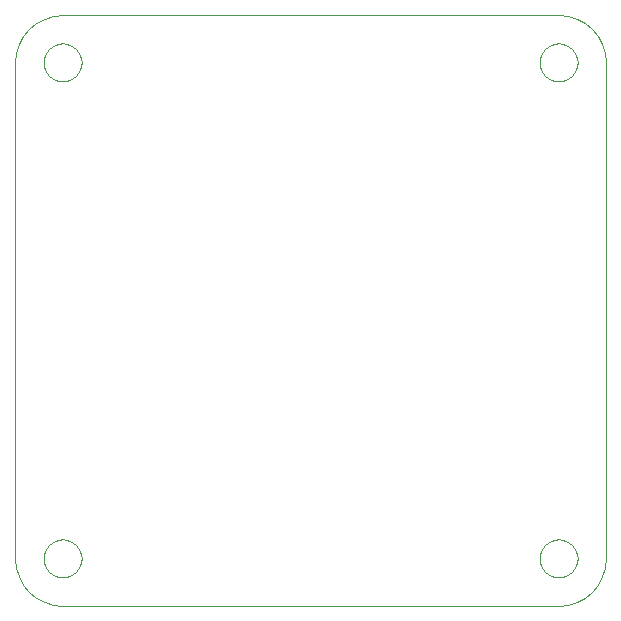
<source format=gm1>
G04 #@! TF.FileFunction,Profile,NP*
%FSLAX46Y46*%
G04 Gerber Fmt 4.6, Leading zero omitted, Abs format (unit mm)*
G04 Created by KiCad (PCBNEW 4.0.4-stable) date 06/12/17 16:56:40*
%MOMM*%
%LPD*%
G01*
G04 APERTURE LIST*
%ADD10C,0.150000*%
%ADD11C,0.100000*%
G04 APERTURE END LIST*
D10*
D11*
X49320300Y51151141D02*
X50070700Y50923526D01*
X50070700Y50923526D02*
X50762300Y50553882D01*
X50762300Y50553882D02*
X51368400Y50056430D01*
X51368400Y50056430D02*
X51865900Y49450290D01*
X51865900Y49450290D02*
X52235500Y48758750D01*
X52235500Y48758750D02*
X52463100Y48008360D01*
X52463100Y48008360D02*
X52540000Y47228000D01*
X52540000Y47228000D02*
X52540000Y5228000D01*
X52540000Y5228000D02*
X52463100Y4447700D01*
X52463100Y4447700D02*
X52235500Y3697300D01*
X52235500Y3697300D02*
X51865900Y3005700D01*
X51865900Y3005700D02*
X51368400Y2399600D01*
X51368400Y2399600D02*
X50762300Y1902100D01*
X50762300Y1902100D02*
X50070700Y1532500D01*
X50070700Y1532500D02*
X49320300Y1304900D01*
X49320300Y1304900D02*
X48540000Y1228000D01*
X48540000Y1228000D02*
X6540000Y1228000D01*
X6540000Y1228000D02*
X5759640Y1304900D01*
X5759640Y1304900D02*
X5009250Y1532500D01*
X5009250Y1532500D02*
X4317710Y1902100D01*
X4317710Y1902100D02*
X3711570Y2399600D01*
X3711570Y2399600D02*
X3214118Y3005700D01*
X3214118Y3005700D02*
X2844474Y3697300D01*
X2844474Y3697300D02*
X2616859Y4447700D01*
X2616859Y4447700D02*
X2540000Y5228000D01*
X2540000Y5228000D02*
X2540000Y47228000D01*
X2540000Y47228000D02*
X2616859Y48008360D01*
X2616859Y48008360D02*
X2844474Y48758750D01*
X2844474Y48758750D02*
X3214118Y49450290D01*
X3214118Y49450290D02*
X3711570Y50056430D01*
X3711570Y50056430D02*
X4317710Y50553882D01*
X4317710Y50553882D02*
X5009250Y50923526D01*
X5009250Y50923526D02*
X5759640Y51151141D01*
X5759640Y51151141D02*
X6539980Y51228000D01*
X6539980Y51228000D02*
X48540000Y51228000D01*
X48540000Y51228000D02*
X49320300Y51151141D01*
X6227850Y6797300D02*
X5927700Y6706200D01*
X5927700Y6706200D02*
X5651080Y6558400D01*
X5651080Y6558400D02*
X5408620Y6359400D01*
X5408620Y6359400D02*
X5209650Y6116900D01*
X5209650Y6116900D02*
X5061790Y5840300D01*
X5061790Y5840300D02*
X4970740Y5540100D01*
X4970740Y5540100D02*
X4939990Y5228000D01*
X4939990Y5228000D02*
X4970740Y4915900D01*
X4970740Y4915900D02*
X5061790Y4615700D01*
X5061790Y4615700D02*
X5209650Y4339100D01*
X5209650Y4339100D02*
X5408620Y4096600D01*
X5408620Y4096600D02*
X5651080Y3897700D01*
X5651080Y3897700D02*
X5927700Y3749800D01*
X5927700Y3749800D02*
X6227850Y3658800D01*
X6227850Y3658800D02*
X6540000Y3628000D01*
X6540000Y3628000D02*
X6852130Y3658800D01*
X6852130Y3658800D02*
X7152290Y3749800D01*
X7152290Y3749800D02*
X7428900Y3897700D01*
X7428900Y3897700D02*
X7671360Y4096600D01*
X7671360Y4096600D02*
X7870340Y4339100D01*
X7870340Y4339100D02*
X8018200Y4615700D01*
X8018200Y4615700D02*
X8109240Y4915900D01*
X8109240Y4915900D02*
X8139990Y5228000D01*
X8139990Y5228000D02*
X8109240Y5540100D01*
X8109240Y5540100D02*
X8018200Y5840300D01*
X8018200Y5840300D02*
X7870340Y6116900D01*
X7870340Y6116900D02*
X7671360Y6359400D01*
X7671360Y6359400D02*
X7428900Y6558400D01*
X7428900Y6558400D02*
X7152290Y6706200D01*
X7152290Y6706200D02*
X6852130Y6797300D01*
X6852130Y6797300D02*
X6539980Y6828000D01*
X6539980Y6828000D02*
X6227850Y6797300D01*
X48227900Y6797300D02*
X47927700Y6706200D01*
X47927700Y6706200D02*
X47651100Y6558400D01*
X47651100Y6558400D02*
X47408600Y6359400D01*
X47408600Y6359400D02*
X47209600Y6116900D01*
X47209600Y6116900D02*
X47061800Y5840300D01*
X47061800Y5840300D02*
X46970700Y5540100D01*
X46970700Y5540100D02*
X46940000Y5228000D01*
X46940000Y5228000D02*
X46970700Y4915900D01*
X46970700Y4915900D02*
X47061800Y4615700D01*
X47061800Y4615700D02*
X47209600Y4339100D01*
X47209600Y4339100D02*
X47408600Y4096600D01*
X47408600Y4096600D02*
X47651100Y3897700D01*
X47651100Y3897700D02*
X47927700Y3749800D01*
X47927700Y3749800D02*
X48227900Y3658800D01*
X48227900Y3658800D02*
X48540000Y3628000D01*
X48540000Y3628000D02*
X48852100Y3658800D01*
X48852100Y3658800D02*
X49152300Y3749800D01*
X49152300Y3749800D02*
X49428900Y3897700D01*
X49428900Y3897700D02*
X49671400Y4096600D01*
X49671400Y4096600D02*
X49870300Y4339100D01*
X49870300Y4339100D02*
X50018200Y4615700D01*
X50018200Y4615700D02*
X50109200Y4915900D01*
X50109200Y4915900D02*
X50140000Y5228000D01*
X50140000Y5228000D02*
X50109200Y5540100D01*
X50109200Y5540100D02*
X50018200Y5840300D01*
X50018200Y5840300D02*
X49870300Y6116900D01*
X49870300Y6116900D02*
X49671400Y6359400D01*
X49671400Y6359400D02*
X49428900Y6558400D01*
X49428900Y6558400D02*
X49152300Y6706200D01*
X49152300Y6706200D02*
X48852100Y6797300D01*
X48852100Y6797300D02*
X48540000Y6828000D01*
X48540000Y6828000D02*
X48227900Y6797300D01*
X6227850Y48797260D02*
X5927700Y48706210D01*
X5927700Y48706210D02*
X5651080Y48558350D01*
X5651080Y48558350D02*
X5408620Y48359380D01*
X5408620Y48359380D02*
X5209650Y48116920D01*
X5209650Y48116920D02*
X5061790Y47840300D01*
X5061790Y47840300D02*
X4970740Y47540150D01*
X4970740Y47540150D02*
X4939990Y47228000D01*
X4939990Y47228000D02*
X4970740Y46915870D01*
X4970740Y46915870D02*
X5061790Y46615710D01*
X5061790Y46615710D02*
X5209650Y46339100D01*
X5209650Y46339100D02*
X5408620Y46096640D01*
X5408620Y46096640D02*
X5651080Y45897660D01*
X5651080Y45897660D02*
X5927700Y45749800D01*
X5927700Y45749800D02*
X6227850Y45658760D01*
X6227850Y45658760D02*
X6540000Y45628010D01*
X6540000Y45628010D02*
X6852130Y45658760D01*
X6852130Y45658760D02*
X7152290Y45749800D01*
X7152290Y45749800D02*
X7428900Y45897660D01*
X7428900Y45897660D02*
X7671360Y46096640D01*
X7671360Y46096640D02*
X7870340Y46339100D01*
X7870340Y46339100D02*
X8018200Y46615710D01*
X8018200Y46615710D02*
X8109240Y46915870D01*
X8109240Y46915870D02*
X8139990Y47228000D01*
X8139990Y47228000D02*
X8109240Y47540150D01*
X8109240Y47540150D02*
X8018200Y47840300D01*
X8018200Y47840300D02*
X7870340Y48116920D01*
X7870340Y48116920D02*
X7671360Y48359380D01*
X7671360Y48359380D02*
X7428900Y48558350D01*
X7428900Y48558350D02*
X7152290Y48706210D01*
X7152290Y48706210D02*
X6852130Y48797260D01*
X6852130Y48797260D02*
X6539980Y48828010D01*
X6539980Y48828010D02*
X6227850Y48797260D01*
X48227900Y48797260D02*
X47927700Y48706210D01*
X47927700Y48706210D02*
X47651100Y48558350D01*
X47651100Y48558350D02*
X47408600Y48359380D01*
X47408600Y48359380D02*
X47209600Y48116920D01*
X47209600Y48116920D02*
X47061800Y47840300D01*
X47061800Y47840300D02*
X46970700Y47540150D01*
X46970700Y47540150D02*
X46940000Y47228000D01*
X46940000Y47228000D02*
X46970700Y46915870D01*
X46970700Y46915870D02*
X47061800Y46615710D01*
X47061800Y46615710D02*
X47209600Y46339100D01*
X47209600Y46339100D02*
X47408600Y46096640D01*
X47408600Y46096640D02*
X47651100Y45897660D01*
X47651100Y45897660D02*
X47927700Y45749800D01*
X47927700Y45749800D02*
X48227900Y45658760D01*
X48227900Y45658760D02*
X48540000Y45628010D01*
X48540000Y45628010D02*
X48852100Y45658760D01*
X48852100Y45658760D02*
X49152300Y45749800D01*
X49152300Y45749800D02*
X49428900Y45897660D01*
X49428900Y45897660D02*
X49671400Y46096640D01*
X49671400Y46096640D02*
X49870300Y46339100D01*
X49870300Y46339100D02*
X50018200Y46615710D01*
X50018200Y46615710D02*
X50109200Y46915870D01*
X50109200Y46915870D02*
X50140000Y47228000D01*
X50140000Y47228000D02*
X50109200Y47540150D01*
X50109200Y47540150D02*
X50018200Y47840300D01*
X50018200Y47840300D02*
X49870300Y48116920D01*
X49870300Y48116920D02*
X49671400Y48359380D01*
X49671400Y48359380D02*
X49428900Y48558350D01*
X49428900Y48558350D02*
X49152300Y48706210D01*
X49152300Y48706210D02*
X48852100Y48797260D01*
X48852100Y48797260D02*
X48540000Y48828010D01*
X48540000Y48828010D02*
X48227900Y48797260D01*
M02*

</source>
